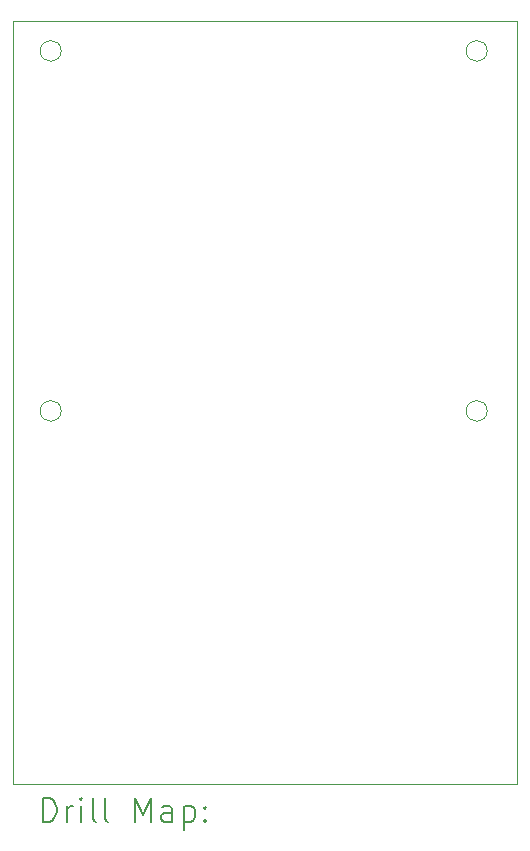
<source format=gbr>
%TF.GenerationSoftware,KiCad,Pcbnew,(6.0.7)*%
%TF.CreationDate,2022-09-29T10:24:18-07:00*%
%TF.ProjectId,sulu_ads1299,73756c75-5f61-4647-9331-3239392e6b69,rev?*%
%TF.SameCoordinates,Original*%
%TF.FileFunction,Drillmap*%
%TF.FilePolarity,Positive*%
%FSLAX45Y45*%
G04 Gerber Fmt 4.5, Leading zero omitted, Abs format (unit mm)*
G04 Created by KiCad (PCBNEW (6.0.7)) date 2022-09-29 10:24:18*
%MOMM*%
%LPD*%
G01*
G04 APERTURE LIST*
%ADD10C,0.100000*%
%ADD11C,0.200000*%
G04 APERTURE END LIST*
D10*
X11849100Y-11569700D02*
X7581900Y-11569700D01*
X7581900Y-11569700D02*
X7581900Y-5105400D01*
X7581900Y-5105400D02*
X11849100Y-5105400D01*
X11849100Y-5105400D02*
X11849100Y-11569700D01*
X7988300Y-8407400D02*
G75*
G03*
X7988300Y-8407400I-88900J0D01*
G01*
X7988300Y-5359400D02*
G75*
G03*
X7988300Y-5359400I-88900J0D01*
G01*
X11595100Y-5359400D02*
G75*
G03*
X11595100Y-5359400I-88900J0D01*
G01*
X11595100Y-8407400D02*
G75*
G03*
X11595100Y-8407400I-88900J0D01*
G01*
D11*
X7834519Y-11885176D02*
X7834519Y-11685176D01*
X7882138Y-11685176D01*
X7910709Y-11694700D01*
X7929757Y-11713748D01*
X7939281Y-11732795D01*
X7948805Y-11770890D01*
X7948805Y-11799462D01*
X7939281Y-11837557D01*
X7929757Y-11856605D01*
X7910709Y-11875652D01*
X7882138Y-11885176D01*
X7834519Y-11885176D01*
X8034519Y-11885176D02*
X8034519Y-11751843D01*
X8034519Y-11789938D02*
X8044043Y-11770890D01*
X8053567Y-11761367D01*
X8072614Y-11751843D01*
X8091662Y-11751843D01*
X8158328Y-11885176D02*
X8158328Y-11751843D01*
X8158328Y-11685176D02*
X8148805Y-11694700D01*
X8158328Y-11704224D01*
X8167852Y-11694700D01*
X8158328Y-11685176D01*
X8158328Y-11704224D01*
X8282138Y-11885176D02*
X8263090Y-11875652D01*
X8253567Y-11856605D01*
X8253567Y-11685176D01*
X8386900Y-11885176D02*
X8367852Y-11875652D01*
X8358328Y-11856605D01*
X8358328Y-11685176D01*
X8615471Y-11885176D02*
X8615471Y-11685176D01*
X8682138Y-11828033D01*
X8748805Y-11685176D01*
X8748805Y-11885176D01*
X8929757Y-11885176D02*
X8929757Y-11780414D01*
X8920233Y-11761367D01*
X8901186Y-11751843D01*
X8863090Y-11751843D01*
X8844043Y-11761367D01*
X8929757Y-11875652D02*
X8910710Y-11885176D01*
X8863090Y-11885176D01*
X8844043Y-11875652D01*
X8834519Y-11856605D01*
X8834519Y-11837557D01*
X8844043Y-11818509D01*
X8863090Y-11808986D01*
X8910710Y-11808986D01*
X8929757Y-11799462D01*
X9024995Y-11751843D02*
X9024995Y-11951843D01*
X9024995Y-11761367D02*
X9044043Y-11751843D01*
X9082138Y-11751843D01*
X9101186Y-11761367D01*
X9110710Y-11770890D01*
X9120233Y-11789938D01*
X9120233Y-11847081D01*
X9110710Y-11866128D01*
X9101186Y-11875652D01*
X9082138Y-11885176D01*
X9044043Y-11885176D01*
X9024995Y-11875652D01*
X9205948Y-11866128D02*
X9215471Y-11875652D01*
X9205948Y-11885176D01*
X9196424Y-11875652D01*
X9205948Y-11866128D01*
X9205948Y-11885176D01*
X9205948Y-11761367D02*
X9215471Y-11770890D01*
X9205948Y-11780414D01*
X9196424Y-11770890D01*
X9205948Y-11761367D01*
X9205948Y-11780414D01*
M02*

</source>
